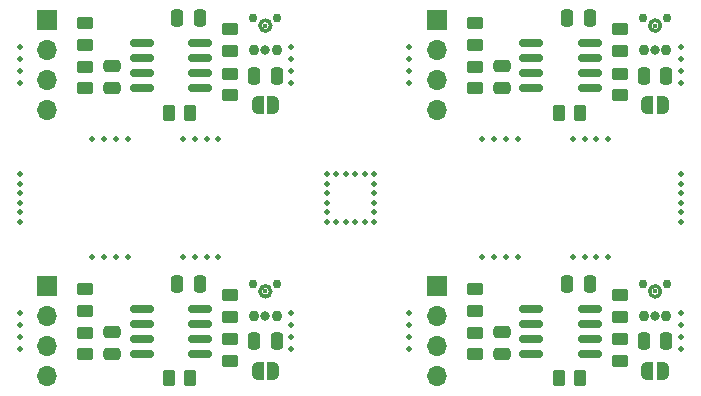
<source format=gbr>
%TF.GenerationSoftware,KiCad,Pcbnew,8.0.8-8.0.8-0~ubuntu24.04.1*%
%TF.CreationDate,2025-02-18T02:43:16+01:00*%
%TF.ProjectId,SPU0410LR5H_panel,53505530-3431-4304-9c52-35485f70616e,rev?*%
%TF.SameCoordinates,Original*%
%TF.FileFunction,Soldermask,Top*%
%TF.FilePolarity,Negative*%
%FSLAX46Y46*%
G04 Gerber Fmt 4.6, Leading zero omitted, Abs format (unit mm)*
G04 Created by KiCad (PCBNEW 8.0.8-8.0.8-0~ubuntu24.04.1) date 2025-02-18 02:43:16*
%MOMM*%
%LPD*%
G01*
G04 APERTURE LIST*
G04 Aperture macros list*
%AMRoundRect*
0 Rectangle with rounded corners*
0 $1 Rounding radius*
0 $2 $3 $4 $5 $6 $7 $8 $9 X,Y pos of 4 corners*
0 Add a 4 corners polygon primitive as box body*
4,1,4,$2,$3,$4,$5,$6,$7,$8,$9,$2,$3,0*
0 Add four circle primitives for the rounded corners*
1,1,$1+$1,$2,$3*
1,1,$1+$1,$4,$5*
1,1,$1+$1,$6,$7*
1,1,$1+$1,$8,$9*
0 Add four rect primitives between the rounded corners*
20,1,$1+$1,$2,$3,$4,$5,0*
20,1,$1+$1,$4,$5,$6,$7,0*
20,1,$1+$1,$6,$7,$8,$9,0*
20,1,$1+$1,$8,$9,$2,$3,0*%
%AMFreePoly0*
4,1,19,0.500000,-0.750000,0.000000,-0.750000,0.000000,-0.744911,-0.071157,-0.744911,-0.207708,-0.704816,-0.327430,-0.627875,-0.420627,-0.520320,-0.479746,-0.390866,-0.500000,-0.250000,-0.500000,0.250000,-0.479746,0.390866,-0.420627,0.520320,-0.327430,0.627875,-0.207708,0.704816,-0.071157,0.744911,0.000000,0.744911,0.000000,0.750000,0.500000,0.750000,0.500000,-0.750000,0.500000,-0.750000,
$1*%
%AMFreePoly1*
4,1,19,0.000000,0.744911,0.071157,0.744911,0.207708,0.704816,0.327430,0.627875,0.420627,0.520320,0.479746,0.390866,0.500000,0.250000,0.500000,-0.250000,0.479746,-0.390866,0.420627,-0.520320,0.327430,-0.627875,0.207708,-0.704816,0.071157,-0.744911,0.000000,-0.744911,0.000000,-0.750000,-0.500000,-0.750000,-0.500000,0.750000,0.000000,0.750000,0.000000,0.744911,0.000000,0.744911,
$1*%
G04 Aperture macros list end*
%ADD10C,0.320000*%
%ADD11RoundRect,0.250000X-0.450000X0.262500X-0.450000X-0.262500X0.450000X-0.262500X0.450000X0.262500X0*%
%ADD12C,0.500000*%
%ADD13RoundRect,0.250000X-0.250000X-0.475000X0.250000X-0.475000X0.250000X0.475000X-0.250000X0.475000X0*%
%ADD14RoundRect,0.250000X0.450000X-0.262500X0.450000X0.262500X-0.450000X0.262500X-0.450000X-0.262500X0*%
%ADD15RoundRect,0.250000X0.475000X-0.250000X0.475000X0.250000X-0.475000X0.250000X-0.475000X-0.250000X0*%
%ADD16FreePoly0,180.000000*%
%ADD17FreePoly1,180.000000*%
%ADD18R,1.700000X1.700000*%
%ADD19O,1.700000X1.700000*%
%ADD20C,0.450000*%
%ADD21C,0.927000*%
%ADD22C,0.766000*%
%ADD23C,0.816000*%
%ADD24RoundRect,0.250000X-0.262500X-0.450000X0.262500X-0.450000X0.262500X0.450000X-0.262500X0.450000X0*%
%ADD25RoundRect,0.150000X-0.825000X-0.150000X0.825000X-0.150000X0.825000X0.150000X-0.825000X0.150000X0*%
%ADD26RoundRect,0.250000X0.250000X0.475000X-0.250000X0.475000X-0.250000X-0.475000X0.250000X-0.475000X0*%
G04 APERTURE END LIST*
D10*
%TO.C,U2*%
X131258500Y-45405500D02*
G75*
G02*
X130341500Y-45405500I-458500J0D01*
G01*
X130341500Y-45405500D02*
G75*
G02*
X131258500Y-45405500I458500J0D01*
G01*
X98258500Y-45405500D02*
G75*
G02*
X97341500Y-45405500I-458500J0D01*
G01*
X97341500Y-45405500D02*
G75*
G02*
X98258500Y-45405500I458500J0D01*
G01*
X131258500Y-22905500D02*
G75*
G02*
X130341500Y-22905500I-458500J0D01*
G01*
X130341500Y-22905500D02*
G75*
G02*
X131258500Y-22905500I458500J0D01*
G01*
X98258500Y-22905500D02*
G75*
G02*
X97341500Y-22905500I-458500J0D01*
G01*
X97341500Y-22905500D02*
G75*
G02*
X98258500Y-22905500I458500J0D01*
G01*
%TD*%
D11*
%TO.C,R1*%
X115550000Y-22702500D03*
X115550000Y-24527500D03*
%TD*%
D12*
%TO.C,KiKit_MB_19_4*%
X107000000Y-37100500D03*
%TD*%
%TO.C,KiKit_MB_18_5*%
X103000000Y-38700500D03*
%TD*%
%TO.C,KiKit_MB_3_2*%
X85166668Y-32499999D03*
%TD*%
%TO.C,KiKit_MB_1_3*%
X77000001Y-25750000D03*
%TD*%
%TO.C,KiKit_MB_12_4*%
X93833334Y-42500000D03*
%TD*%
D13*
%TO.C,C3*%
X129850000Y-49640000D03*
X131750000Y-49640000D03*
%TD*%
D12*
%TO.C,KiKit_MB_7_4*%
X116166667Y-32499999D03*
%TD*%
%TO.C,KiKit_MB_14_2*%
X133000001Y-48250000D03*
%TD*%
%TO.C,KiKit_MB_20_3*%
X133000001Y-37100500D03*
%TD*%
D14*
%TO.C,R3*%
X127800000Y-28802500D03*
X127800000Y-26977500D03*
%TD*%
D12*
%TO.C,KiKit_MB_22_6*%
X107000000Y-39500500D03*
%TD*%
%TO.C,KiKit_MB_17_1*%
X77000000Y-35500500D03*
%TD*%
D15*
%TO.C,C2*%
X117800000Y-50715000D03*
X117800000Y-48815000D03*
%TD*%
D16*
%TO.C,JP1*%
X98450000Y-52140000D03*
D17*
X97150000Y-52140000D03*
%TD*%
D12*
%TO.C,KiKit_MB_11_3*%
X85166668Y-42500000D03*
%TD*%
%TO.C,KiKit_MB_13_1*%
X110000001Y-50250000D03*
%TD*%
%TO.C,KiKit_MB_11_4*%
X86166668Y-42500000D03*
%TD*%
%TO.C,KiKit_MB_21_6*%
X103000000Y-35500500D03*
%TD*%
%TO.C,KiKit_MB_6_1*%
X133000001Y-24750000D03*
%TD*%
%TO.C,KiKit_MB_11_1*%
X83166668Y-42500000D03*
%TD*%
%TO.C,KiKit_MB_9_4*%
X77000001Y-47250000D03*
%TD*%
D18*
%TO.C,J1*%
X79300000Y-44950000D03*
D19*
X79300000Y-47490000D03*
X79300000Y-50030000D03*
X79300000Y-52570000D03*
%TD*%
D15*
%TO.C,C2*%
X84800000Y-50715000D03*
X84800000Y-48815000D03*
%TD*%
D20*
%TO.C,U2*%
X130800000Y-45405500D03*
D21*
X131766000Y-47508500D03*
D22*
X131815000Y-44771500D03*
X129785000Y-44771500D03*
D21*
X129834000Y-47508500D03*
D23*
X130800000Y-47508500D03*
%TD*%
D12*
%TO.C,KiKit_MB_1_1*%
X77000002Y-27750000D03*
%TD*%
%TO.C,KiKit_MB_8_3*%
X124833334Y-32499999D03*
%TD*%
D13*
%TO.C,C3*%
X96850000Y-49640000D03*
X98750000Y-49640000D03*
%TD*%
D12*
%TO.C,KiKit_MB_15_2*%
X117166667Y-42500000D03*
%TD*%
D14*
%TO.C,R3*%
X94800000Y-51302500D03*
X94800000Y-49477500D03*
%TD*%
D12*
%TO.C,KiKit_MB_10_4*%
X100000000Y-50250000D03*
%TD*%
D24*
%TO.C,R4*%
X122637500Y-30265000D03*
X124462500Y-30265000D03*
%TD*%
D20*
%TO.C,U2*%
X97800000Y-45405500D03*
D21*
X98766000Y-47508500D03*
D22*
X98815000Y-44771500D03*
X96785000Y-44771500D03*
D21*
X96834000Y-47508500D03*
D23*
X97800000Y-47508500D03*
%TD*%
D12*
%TO.C,KiKit_MB_19_6*%
X107000000Y-35500500D03*
%TD*%
D16*
%TO.C,JP1*%
X131450000Y-29640000D03*
D17*
X130150000Y-29640000D03*
%TD*%
D12*
%TO.C,KiKit_MB_20_4*%
X133000001Y-37900500D03*
%TD*%
%TO.C,KiKit_MB_19_5*%
X107000000Y-36300500D03*
%TD*%
%TO.C,KiKit_MB_20_2*%
X133000001Y-36300500D03*
%TD*%
%TO.C,KiKit_MB_22_5*%
X106200000Y-39500500D03*
%TD*%
%TO.C,KiKit_MB_5_3*%
X110000000Y-25750000D03*
%TD*%
%TO.C,KiKit_MB_2_1*%
X100000001Y-24750000D03*
%TD*%
%TO.C,KiKit_MB_22_3*%
X104600000Y-39500500D03*
%TD*%
D11*
%TO.C,R2*%
X115550000Y-26390000D03*
X115550000Y-28215000D03*
%TD*%
D12*
%TO.C,KiKit_MB_10_1*%
X100000001Y-47250000D03*
%TD*%
%TO.C,KiKit_MB_8_4*%
X123833334Y-32499999D03*
%TD*%
D14*
%TO.C,R5*%
X127800000Y-47552500D03*
X127800000Y-45727500D03*
%TD*%
D24*
%TO.C,R4*%
X89637500Y-52765000D03*
X91462500Y-52765000D03*
%TD*%
D12*
%TO.C,KiKit_MB_4_2*%
X92833334Y-32499999D03*
%TD*%
D11*
%TO.C,R2*%
X115550000Y-48890000D03*
X115550000Y-50715000D03*
%TD*%
D13*
%TO.C,C3*%
X129850000Y-27140000D03*
X131750000Y-27140000D03*
%TD*%
%TO.C,C3*%
X96850000Y-27140000D03*
X98750000Y-27140000D03*
%TD*%
D25*
%TO.C,U1*%
X120325000Y-24360000D03*
X120325000Y-25630000D03*
X120325000Y-26900000D03*
X120325000Y-28170000D03*
X125275000Y-28170000D03*
X125275000Y-26900000D03*
X125275000Y-25630000D03*
X125275000Y-24360000D03*
%TD*%
D12*
%TO.C,KiKit_MB_3_4*%
X83166668Y-32499999D03*
%TD*%
%TO.C,KiKit_MB_2_2*%
X100000001Y-25750000D03*
%TD*%
%TO.C,KiKit_MB_12_3*%
X92833334Y-42500000D03*
%TD*%
%TO.C,KiKit_MB_18_2*%
X103000000Y-36300500D03*
%TD*%
%TO.C,KiKit_MB_17_4*%
X77000000Y-37900500D03*
%TD*%
%TO.C,KiKit_MB_16_1*%
X123833334Y-42500000D03*
%TD*%
D14*
%TO.C,R5*%
X94800000Y-25052500D03*
X94800000Y-23227500D03*
%TD*%
D12*
%TO.C,KiKit_MB_8_2*%
X125833334Y-32499999D03*
%TD*%
%TO.C,KiKit_MB_21_4*%
X104600000Y-35500500D03*
%TD*%
%TO.C,KiKit_MB_9_3*%
X77000001Y-48250000D03*
%TD*%
%TO.C,KiKit_MB_12_1*%
X90833334Y-42500000D03*
%TD*%
%TO.C,KiKit_MB_9_1*%
X77000002Y-50250000D03*
%TD*%
D26*
%TO.C,C1*%
X92250000Y-44765000D03*
X90350000Y-44765000D03*
%TD*%
D12*
%TO.C,KiKit_MB_14_4*%
X133000000Y-50250000D03*
%TD*%
%TO.C,KiKit_MB_20_6*%
X133000001Y-39500500D03*
%TD*%
%TO.C,KiKit_MB_7_1*%
X119166667Y-32499999D03*
%TD*%
%TO.C,KiKit_MB_10_2*%
X100000001Y-48250000D03*
%TD*%
%TO.C,KiKit_MB_17_6*%
X77000000Y-39500500D03*
%TD*%
%TO.C,KiKit_MB_22_1*%
X103000000Y-39500500D03*
%TD*%
%TO.C,KiKit_MB_6_2*%
X133000001Y-25750000D03*
%TD*%
%TO.C,KiKit_MB_14_3*%
X133000000Y-49250000D03*
%TD*%
%TO.C,KiKit_MB_16_3*%
X125833334Y-42500000D03*
%TD*%
D18*
%TO.C,J1*%
X112300000Y-44950000D03*
D19*
X112300000Y-47490000D03*
X112300000Y-50030000D03*
X112300000Y-52570000D03*
%TD*%
D12*
%TO.C,KiKit_MB_10_3*%
X100000000Y-49250000D03*
%TD*%
%TO.C,KiKit_MB_12_2*%
X91833334Y-42500000D03*
%TD*%
D11*
%TO.C,R2*%
X82550000Y-26390000D03*
X82550000Y-28215000D03*
%TD*%
D15*
%TO.C,C2*%
X84800000Y-28215000D03*
X84800000Y-26315000D03*
%TD*%
D12*
%TO.C,KiKit_MB_20_5*%
X133000001Y-38700500D03*
%TD*%
D11*
%TO.C,R1*%
X82550000Y-22702500D03*
X82550000Y-24527500D03*
%TD*%
D14*
%TO.C,R3*%
X127800000Y-51302500D03*
X127800000Y-49477500D03*
%TD*%
D12*
%TO.C,KiKit_MB_8_1*%
X126833334Y-32499999D03*
%TD*%
D14*
%TO.C,R3*%
X94800000Y-28802500D03*
X94800000Y-26977500D03*
%TD*%
D12*
%TO.C,KiKit_MB_7_3*%
X117166667Y-32499999D03*
%TD*%
%TO.C,KiKit_MB_5_1*%
X110000001Y-27750000D03*
%TD*%
%TO.C,KiKit_MB_1_4*%
X77000001Y-24750000D03*
%TD*%
%TO.C,KiKit_MB_14_1*%
X133000001Y-47250000D03*
%TD*%
%TO.C,KiKit_MB_4_4*%
X90833334Y-32499999D03*
%TD*%
%TO.C,KiKit_MB_19_2*%
X107000000Y-38700500D03*
%TD*%
%TO.C,KiKit_MB_16_4*%
X126833334Y-42500000D03*
%TD*%
D20*
%TO.C,U2*%
X130800000Y-22905500D03*
D21*
X131766000Y-25008500D03*
D22*
X131815000Y-22271500D03*
X129785000Y-22271500D03*
D21*
X129834000Y-25008500D03*
D23*
X130800000Y-25008500D03*
%TD*%
D12*
%TO.C,KiKit_MB_6_3*%
X133000000Y-26750000D03*
%TD*%
D26*
%TO.C,C1*%
X125250000Y-22265000D03*
X123350000Y-22265000D03*
%TD*%
D12*
%TO.C,KiKit_MB_20_1*%
X133000001Y-35500500D03*
%TD*%
%TO.C,KiKit_MB_2_4*%
X100000000Y-27750000D03*
%TD*%
%TO.C,KiKit_MB_15_1*%
X116166667Y-42500000D03*
%TD*%
%TO.C,KiKit_MB_18_3*%
X103000000Y-37100500D03*
%TD*%
%TO.C,KiKit_MB_18_4*%
X103000000Y-37900500D03*
%TD*%
D26*
%TO.C,C1*%
X125250000Y-44765000D03*
X123350000Y-44765000D03*
%TD*%
D12*
%TO.C,KiKit_MB_17_3*%
X77000000Y-37100500D03*
%TD*%
D20*
%TO.C,U2*%
X97800000Y-22905500D03*
D21*
X98766000Y-25008500D03*
D22*
X98815000Y-22271500D03*
X96785000Y-22271500D03*
D21*
X96834000Y-25008500D03*
D23*
X97800000Y-25008500D03*
%TD*%
D12*
%TO.C,KiKit_MB_17_5*%
X77000000Y-38700500D03*
%TD*%
%TO.C,KiKit_MB_22_2*%
X103800000Y-39500500D03*
%TD*%
%TO.C,KiKit_MB_13_2*%
X110000001Y-49250000D03*
%TD*%
%TO.C,KiKit_MB_3_1*%
X86166668Y-32499999D03*
%TD*%
%TO.C,KiKit_MB_21_5*%
X103800000Y-35500500D03*
%TD*%
%TO.C,KiKit_MB_13_3*%
X110000000Y-48250000D03*
%TD*%
%TO.C,KiKit_MB_5_2*%
X110000001Y-26750000D03*
%TD*%
D25*
%TO.C,U1*%
X87325000Y-46860000D03*
X87325000Y-48130000D03*
X87325000Y-49400000D03*
X87325000Y-50670000D03*
X92275000Y-50670000D03*
X92275000Y-49400000D03*
X92275000Y-48130000D03*
X92275000Y-46860000D03*
%TD*%
D12*
%TO.C,KiKit_MB_19_3*%
X107000000Y-37900500D03*
%TD*%
D11*
%TO.C,R1*%
X115550000Y-45202500D03*
X115550000Y-47027500D03*
%TD*%
D12*
%TO.C,KiKit_MB_16_2*%
X124833334Y-42500000D03*
%TD*%
%TO.C,KiKit_MB_22_4*%
X105400000Y-39500500D03*
%TD*%
D16*
%TO.C,JP1*%
X98450000Y-29640000D03*
D17*
X97150000Y-29640000D03*
%TD*%
D12*
%TO.C,KiKit_MB_6_4*%
X133000000Y-27750000D03*
%TD*%
%TO.C,KiKit_MB_11_2*%
X84166668Y-42500000D03*
%TD*%
D15*
%TO.C,C2*%
X117800000Y-28215000D03*
X117800000Y-26315000D03*
%TD*%
D25*
%TO.C,U1*%
X87325000Y-24360000D03*
X87325000Y-25630000D03*
X87325000Y-26900000D03*
X87325000Y-28170000D03*
X92275000Y-28170000D03*
X92275000Y-26900000D03*
X92275000Y-25630000D03*
X92275000Y-24360000D03*
%TD*%
D24*
%TO.C,R4*%
X89637500Y-30265000D03*
X91462500Y-30265000D03*
%TD*%
D12*
%TO.C,KiKit_MB_18_6*%
X103000000Y-39500500D03*
%TD*%
%TO.C,KiKit_MB_9_2*%
X77000002Y-49250000D03*
%TD*%
%TO.C,KiKit_MB_15_4*%
X119166667Y-42500000D03*
%TD*%
D25*
%TO.C,U1*%
X120325000Y-46860000D03*
X120325000Y-48130000D03*
X120325000Y-49400000D03*
X120325000Y-50670000D03*
X125275000Y-50670000D03*
X125275000Y-49400000D03*
X125275000Y-48130000D03*
X125275000Y-46860000D03*
%TD*%
D18*
%TO.C,J1*%
X79300000Y-22450000D03*
D19*
X79300000Y-24990000D03*
X79300000Y-27530000D03*
X79300000Y-30070000D03*
%TD*%
D24*
%TO.C,R4*%
X122637500Y-52765000D03*
X124462500Y-52765000D03*
%TD*%
D11*
%TO.C,R2*%
X82550000Y-48890000D03*
X82550000Y-50715000D03*
%TD*%
D12*
%TO.C,KiKit_MB_7_2*%
X118166667Y-32499999D03*
%TD*%
D18*
%TO.C,J1*%
X112300000Y-22450000D03*
D19*
X112300000Y-24990000D03*
X112300000Y-27530000D03*
X112300000Y-30070000D03*
%TD*%
D12*
%TO.C,KiKit_MB_13_4*%
X110000000Y-47250000D03*
%TD*%
%TO.C,KiKit_MB_21_3*%
X105400000Y-35500500D03*
%TD*%
%TO.C,KiKit_MB_4_3*%
X91833334Y-32499999D03*
%TD*%
D14*
%TO.C,R5*%
X94800000Y-47552500D03*
X94800000Y-45727500D03*
%TD*%
D26*
%TO.C,C1*%
X92250000Y-22265000D03*
X90350000Y-22265000D03*
%TD*%
D12*
%TO.C,KiKit_MB_21_1*%
X107000000Y-35500500D03*
%TD*%
%TO.C,KiKit_MB_4_1*%
X93833334Y-32499999D03*
%TD*%
%TO.C,KiKit_MB_21_2*%
X106200000Y-35500500D03*
%TD*%
%TO.C,KiKit_MB_3_3*%
X84166668Y-32499999D03*
%TD*%
%TO.C,KiKit_MB_1_2*%
X77000002Y-26750000D03*
%TD*%
D14*
%TO.C,R5*%
X127800000Y-25052500D03*
X127800000Y-23227500D03*
%TD*%
D12*
%TO.C,KiKit_MB_18_1*%
X103000000Y-35500500D03*
%TD*%
%TO.C,KiKit_MB_19_1*%
X107000000Y-39500500D03*
%TD*%
D16*
%TO.C,JP1*%
X131450000Y-52140000D03*
D17*
X130150000Y-52140000D03*
%TD*%
D12*
%TO.C,KiKit_MB_15_3*%
X118166667Y-42500000D03*
%TD*%
%TO.C,KiKit_MB_17_2*%
X77000000Y-36300500D03*
%TD*%
%TO.C,KiKit_MB_2_3*%
X100000000Y-26750000D03*
%TD*%
D11*
%TO.C,R1*%
X82550000Y-45202500D03*
X82550000Y-47027500D03*
%TD*%
D12*
%TO.C,KiKit_MB_5_4*%
X110000000Y-24750000D03*
%TD*%
M02*

</source>
